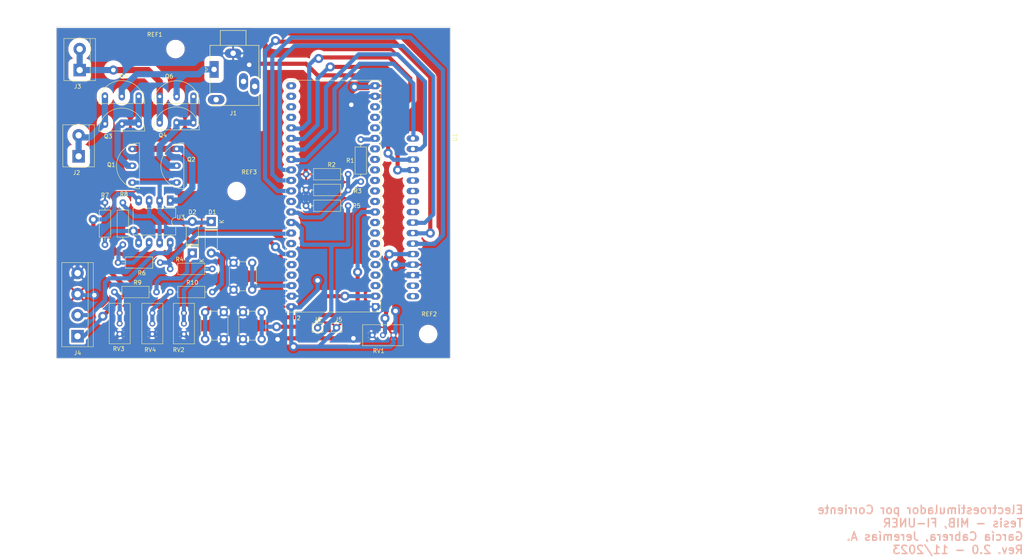
<source format=kicad_pcb>
(kicad_pcb (version 20240108) (generator "pcbnew") (generator_version "8.0")
  (title_block (title "Electroestimulador_p_corriente") (date "20/10/2022") (rev "1") (company "FaCENA-UNNE") (comment 1 "Dispositivo para relevamiento de umbrales de sensibilidad tactil.") (comment 2 "Tesis MIB: García Cabrera, Jeremías A."))
  (layers (0 "F.Cu" signal) (31 "B.Cu" signal) (34 "B.Paste" user) (35 "F.Paste" user) (36 "B.SilkS" user "B.Silkscreen") (37 "F.SilkS" user "F.Silkscreen") (38 "B.Mask" user) (39 "F.Mask" user) (44 "Edge.Cuts" user))
  (net 0 "")
  (net 1 "Net-(D1-K)")
  (net 2 "Net-(D1-A)")
  (net 3 "Net-(D2-K)")
  (net 4 "/Control_y_salida/Iout")
  (net 5 "GND")
  (net 6 "+5V")
  (net 7 "-12V")
  (net 8 "+12V")
  (net 9 "VEE")
  (net 10 "VCC")
  (net 11 "Net-(Q1-C)")
  (net 12 "Net-(Q1-B)")
  (net 13 "/Control_y_salida/IDAC_Neg")
  (net 14 "Net-(R4-Pad1)")
  (net 15 "/Control_y_salida/IDAC_Pos")
  (net 16 "Net-(Q2-C)")
  (net 17 "/Control_y_salida/Vo(Comp)")
  (net 18 "Net-(R9-Pad1)")
  (net 19 "Net-(U3B--)")
  (net 20 "/Control_y_salida/But_Dec")
  (net 21 "/Control_y_salida/But_Inc")
  (net 22 "/Control_y_salida/LCD_RS")
  (net 23 "/Control_y_salida/LCD_R{slash}W")
  (net 24 "/Control_y_salida/LCD_E")
  (net 25 "Net-(U3A-+)")
  (net 26 "Net-(U1-VO)")
  (net 29 "/Control_y_salida/LCD_D4")
  (net 30 "/Control_y_salida/LCD_D5")
  (net 31 "/Control_y_salida/LCD_D6")
  (net 32 "/Control_y_salida/LCD_D7")
  (net 42 "/Control_y_salida/Vi_Inv")
  (net 49 "/Control_y_salida/Vi_NoInv")
  (net 56 "/Control_y_salida/But_Acept")
  (net 62 "Net-(R10-Pad1)")
  (footprint "Resistor_THT:R_Axial_DIN0207_L6.3mm_D2.5mm_P10.16mm_Horizontal" (layer "F.Cu") (at 113.03 68.326 180)
    (property "Reference" "R2")
    (property "Value" "10k")
  )
  (footprint "Potentiometer_THT:Potentiometer_Bourns_3296W_Vertical" (layer "F.Cu") (at 123.952 107.188)
    (property "Reference" "RV1")
    (property "Value" "5k")
  )
  (footprint "MountingHole:MountingHole_3.7mm" (layer "F.Cu") (at 71.374 38.1)
    (property "Reference" "REF1")
    (property "Value" "MountingHole_3.7mm" (hide yes))
  )
  (footprint "Button_Switch_THT:SW_PUSH_6mm_H7.3mm" (layer "F.Cu") (at 83.022 101.652 -90)
    (property "Reference" "SW2" (hide yes))
    (property "Value" "Inc")
  )
  (footprint "MountingHole:MountingHole_3.7mm" (layer "F.Cu") (at 86.106 72.39)
    (property "Reference" "REF3")
    (property "Value" "MountingHole_3.7mm" (hide yes))
  )
  (footprint "Resistor_THT:R_Axial_DIN0207_L6.3mm_D2.5mm_P10.16mm_Horizontal" (layer "F.Cu") (at 70.104 96.774)
    (property "Reference" "R10")
    (property "Value" "2k")
  )
  (footprint "Diode_THT:D_DO-41_SOD81_P7.62mm_Horizontal" (layer "F.Cu") (at 80.01 79.756 -90)
    (property "Reference" "D1")
    (property "Value" "1N4148")
  )
  (footprint "Proyecto_MIB:BF42X" (layer "F.Cu") (at 71.628 58.42)
    (property "Reference" "Q4")
    (property "Value" "BF420")
  )
  (footprint "Resistor_THT:R_Axial_DIN0207_L6.3mm_D2.5mm_P10.16mm_Horizontal" (layer "F.Cu") (at 116.078 70.104 90)
    (property "Reference" "R1")
    (property "Value" "20k")
  )
  (footprint "Button_Switch_THT:SW_PUSH_6mm_H7.3mm" (layer "F.Cu") (at 85.38 96.214 90)
    (property "Reference" "SW3" (hide yes))
    (property "Value" "Acept")
  )
  (footprint "TerminalBlock:TerminalBlock_bornier-2_P5.08mm" (layer "F.Cu") (at 48.26 43.18 90)
    (property "Reference" "J3")
    (property "Value" "Screw_Terminal_01x02" (hide yes))
  )
  (footprint "Connector_Pin:Pin_D0.9mm_L10.0mm_W2.4mm_FlatFork" (layer "F.Cu") (at 110.236 105.41)
    (property "Reference" "J5")
    (property "Value" "FSR_b")
  )
  (footprint "Proyecto_MIB:LCD_pinsonly" (layer "F.Cu") (at 132.334 78.994 90)
    (property "Reference" "U1")
    (property "Value" "LCD-016N002L")
  )
  (footprint "Resistor_THT:R_Axial_DIN0207_L6.3mm_D2.5mm_P10.16mm_Horizontal" (layer "F.Cu") (at 58.674 85.344 90)
    (property "Reference" "R8")
    (property "Value" "47k")
  )
  (footprint "MountingHole:MountingHole_3.7mm" (layer "F.Cu") (at 132.334 106.934)
    (property "Reference" "REF2")
    (property "Value" "MountingHole_3.7mm" (hide yes))
  )
  (footprint "Potentiometer_THT:Potentiometer_Bourns_3296W_Vertical" (layer "F.Cu") (at 57.912 101.844 90)
    (property "Reference" "RV3")
    (property "Value" "50k")
  )
  (footprint "TerminalBlock:TerminalBlock_bornier-2_P5.08mm" (layer "F.Cu") (at 48.006 64.008 90)
    (property "Reference" "J2")
    (property "Value" "Screw_Terminal_01x02" (hide yes))
  )
  (footprint "Resistor_THT:R_Axial_DIN0207_L6.3mm_D2.5mm_P10.16mm_Horizontal" (layer "F.Cu") (at 80.264 91.186 180)
    (property "Reference" "R4")
    (property "Value" "10k")
  )
  (footprint "Resistor_THT:R_Axial_DIN0207_L6.3mm_D2.5mm_P10.16mm_Horizontal" (layer "F.Cu") (at 102.87 72.136)
    (property "Reference" "R3")
    (property "Value" "10k")
  )
  (footprint "Button_Switch_THT:SW_PUSH_6mm_H7.3mm" (layer "F.Cu") (at 87.666 108.152 90)
    (property "Reference" "SW1" (hide yes))
    (property "Value" "Decr")
  )
  (footprint "Proyecto_MIB:BF42X" (layer "F.Cu") (at 58.42 52.07)
    (property "Reference" "Q5")
    (property "Value" "BF421")
  )
  (footprint "Proyecto_MIB:BF42X" (layer "F.Cu") (at 63.5 66.294 90)
    (property "Reference" "Q1")
    (property "Value" "BF420")
  )
  (footprint "Resistor_THT:R_Axial_DIN0207_L6.3mm_D2.5mm_P10.16mm_Horizontal" (layer "F.Cu") (at 67.684 89.662 180)
    (property "Reference" "R6")
    (property "Value" "20k")
  )
  (footprint "Proyecto_MIB:BF42X" (layer "F.Cu") (at 71.6534 52.102029)
    (property "Reference" "Q6")
    (property "Value" "BF420")
  )
  (footprint "Resistor_THT:R_Axial_DIN0207_L6.3mm_D2.5mm_P10.16mm_Horizontal" (layer "F.Cu") (at 102.87 75.946)
    (property "Reference" "R5")
    (property "Value" "10k")
  )
  (footprint "Diode_THT:D_DO-41_SOD81_P7.62mm_Horizontal" (layer "F.Cu") (at 75.438 87.376 90)
    (property "Reference" "D2")
    (property "Value" "1N4148")
  )
  (footprint "Proyecto_MIB:BF42X" (layer "F.Cu") (at 58.4454 58.706029)
    (property "Reference" "Q3")
    (property "Value" "BF421")
  )
  (footprint "Proyecto_MIB:PinSocket_2x22_P2.54mm_Vertical_3" (layer "F.Cu") (at 117.074 100.31 180)
    (property "Reference" "U2")
    (property "Value" "PSoC4_kit049_(CY8C4245AXI-483)")
  )
  (footprint "TerminalBlock:TerminalBlock_bornier-4_P5.08mm" (layer "F.Cu") (at 47.752 107.442 90)
    (property "Reference" "J4")
    (property "Value" "Screw_Terminal_01x04")
  )
  (footprint "Potentiometer_THT:Potentiometer_Bourns_3296W_Vertical" (layer "F.Cu") (at 73.406 101.854 90)
    (property "Reference" "RV2")
    (property "Value" "2k")
  )
  (footprint "Potentiometer_THT:Potentiometer_Bourns_3296W_Vertical" (layer "F.Cu") (at 65.786 101.844 90)
    (property "Reference" "RV4")
    (property "Value" "10k")
  )
  (footprint "Package_DIP:DIP-8_W10.16mm_LongPads" (layer "F.Cu") (at 70.104 74.691 -90)
    (property "Reference" "U3")
    (property "Value" "TL082")
  )
  (footprint "Proyecto_MIB:BF42X" (layer "F.Cu") (at 74.200029 66.2686 90)
    (property "Reference" "Q2")
    (property "Value" "BF421")
  )
  (footprint "Connector_Audio:Jack_3.5mm_Ledino_KB3SPRS_Horizontal" (layer "F.Cu") (at 80.6865 43.022 -90)
    (property "Reference" "J1")
    (property "Value" "AudioJack2")
  )
  (footprint "Resistor_THT:R_Axial_DIN0207_L6.3mm_D2.5mm_P10.16mm_Horizontal" (layer "F.Cu") (at 56.642 96.774)
    (property "Reference" "R9")
    (property "Value" "10k")
  )
  (footprint "Connector_Pin:Pin_D0.9mm_L10.0mm_W2.4mm_FlatFork" (layer "F.Cu") (at 105.664 105.41)
    (property "Reference" "J6")
    (property "Value" "FSR_a")
  )
  (footprint "Resistor_THT:R_Axial_DIN0207_L6.3mm_D2.5mm_P10.16mm_Horizontal" (layer "F.Cu") (at 54.356 85.344 90)
    (property "Reference" "R7")
    (property "Value" "6k8" (hide yes))
  )
  (gr_rect (start 42.668 32.766) (end 137.668 112.766) (stroke (width 0.1)) (fill none) (layer "Edge.Cuts"))
  (gr_text "Electroestimulador por Corriente\nTesis - MIB, FI-UNER\nGarcía Cabrera, Jeremías A.\nRev. 2.0 - 11/2023" (at 276.098 154.178 0) (layer "B.SilkS") (effects (font (size 2 2) (thickness 0.35)) (justify left mirror)))
  (segment (start 67.564 77.47) (end 70.104 80.01) (width 1) (layer "B.Cu") (net 1))
  (segment (start 67.564 74.691) (end 67.564 70.612) (width 1) (layer "B.Cu") (net 1))
  (segment (start 67.564 70.612) (end 67.818 70.358) (width 1) (layer "B.Cu") (net 1))
  (segment (start 67.564 70.612) (end 67.8434 70.3326) (width 1) (layer "B.Cu") (net 1))
  (segment (start 67.564 74.691) (end 67.564 77.47) (width 1) (layer "B.Cu") (net 1))
  (segment (start 67.818 70.358) (end 60.96 70.358) (width 1) (layer "B.Cu") (net 1))
  (segment (start 80.01 80.01) (end 75.438 80.01) (width 1) (layer "B.Cu") (net 1))
  (segment (start 70.104 80.01) (end 75.438 80.01) (width 1) (layer "B.Cu") (net 1))
  (segment (start 67.8434 70.3326) (end 71.660029 70.3326) (width 1) (layer "B.Cu") (net 1))
  (segment (start 80.518 96.774) (end 80.264 96.774) (width 1) (layer "B.Cu") (net 2))
  (segment (start 81.534 87.63) (end 82.55 88.646) (width 1) (layer "B.Cu") (net 2))
  (segment (start 82.55 88.646) (end 82.55 94.742) (width 1) (layer "B.Cu") (net 2))
  (segment (start 82.55 94.742) (end 80.518 96.774) (width 1) (layer "B.Cu") (net 2))
  (segment (start 80.01 87.63) (end 81.534 87.63) (width 1) (layer "B.Cu") (net 2))
  (segment (start 66.802 94.488) (end 67.818 93.472) (width 1) (layer "B.Cu") (net 3))
  (segment (start 67.818 93.472) (end 72.644 93.472) (width 1) (layer "B.Cu") (net 3))
  (segment (start 72.644 93.472) (end 74.168 91.948) (width 1) (layer "B.Cu") (net 3))
  (segment (start 66.802 96.774) (end 66.802 94.488) (width 1) (layer "B.Cu") (net 3))
  (segment (start 74.168 91.948) (end 74.168 88.9) (width 1) (layer "B.Cu") (net 3))
  (segment (start 74.168 88.9) (end 75.438 87.63) (width 1) (layer "B.Cu") (net 3))
  (segment (start 76.962 44.1865) (end 78.136 43.0125) (width 1.5) (layer "B.Cu") (net 4))
  (segment (start 71.6026 49.3146) (end 71.564 49.276) (width 1.5) (layer "B.Cu") (net 4))
  (segment (start 61.9855 44.1865) (end 64.008 44.1865) (width 1.5) (layer "B.Cu") (net 4))
  (segment (start 71.6534 46.2026) (end 73.6695 44.1865) (width 1.5) (layer "B.Cu") (net 4))
  (segment (start 58.42 47.752) (end 61.9855 44.1865) (width 1.5) (layer "B.Cu") (net 4))
  (segment (start 64.008 44.1865) (end 76.962 44.1865) (width 1.5) (layer "B.Cu") (net 4))
  (segment (start 58.42 49.53) (end 58.42 47.752) (width 1.5) (layer "B.Cu") (net 4))
  (segment (start 78.136 43.0125) (end 80.1785 43.0125) (width 1.5) (layer "B.Cu") (net 4))
  (segment (start 71.6534 49.562029) (end 71.6534 46.2026) (width 1.5) (layer "B.Cu") (net 4))
  (segment (start 73.6695 44.1865) (end 76.962 44.1865) (width 1.5) (layer "B.Cu") (net 4))
  (segment (start 102.87 41.656) (end 105.664 44.45) (width 1) (layer "F.Cu") (net 5))
  (segment (start 115.844 49.51) (end 113.792 51.562) (width 1) (layer "F.Cu") (net 5))
  (segment (start 114.554 107.95) (end 96.2445 107.95) (width 1) (layer "F.Cu") (net 5))
  (segment (start 105.664 44.45) (end 121.285 44.45) (width 1) (layer "F.Cu") (net 5))
  (segment (start 123.698 48.768) (end 122.956 49.51) (width 1) (layer "F.Cu") (net 5))
  (segment (start 89.408 41.656) (end 102.87 41.656) (width 1) (layer "F.Cu") (net 5))
  (segment (start 122.956 49.51) (end 115.844 49.51) (width 1) (layer "F.Cu") (net 5))
  (segment (start 96.2445 107.95) (end 96.012 108.1825) (width 1) (layer "F.Cu") (net 5))
  (segment (start 89.154 41.91) (end 89.408 41.656) (width 1) (layer "F.Cu") (net 5))
  (segment (start 121.285 44.45) (end 123.698 46.863) (width 1) (layer "F.Cu") (net 5))
  (segment (start 123.698 46.863) (end 123.698 48.768) (width 1) (layer "F.Cu") (net 5))
  (via (at 113.792 51.562) (size 2.2) (drill 1.1) (layers "F.Cu" "B.Cu") (net 5))
  (via (at 96.012 108.1825) (size 2.2) (drill 1.1) (layers "F.Cu" "B.Cu") (net 5))
  (via (at 89.154 41.91) (size 2.2) (drill 1.1) (layers "F.Cu" "B.Cu") (net 5))
  (via (at 114.3 107.95) (size 2.2) (drill 1.1) (layers "F.Cu" "B.Cu") (net 5))
  (segment (start 124.968 93.472) (end 125.6726 92.7674) (width 1) (layer "B.Cu") (net 5))
  (segment (start 51.816 75.184) (end 47.752 79.248) (width 1) (layer "B.Cu") (net 5))
  (segment (start 121.178 100.31) (end 124.968 96.52) (width 1) (layer "B.Cu") (net 5))
  (segment (start 96.012 108.1825) (end 93.628975 110.565525) (width 1) (layer "B.Cu") (net 5))
  (segment (start 102.87 75.946) (end 102.87 72.136) (width 1) (layer "B.Cu") (net 5))
  (segment (start 65.786 106.924) (end 57.912 106.924) (width 1) (layer "B.Cu") (net 5))
  (segment (start 88.414 41.91) (end 85.626 39.122) (width 1) (layer "B.Cu") (net 5))
  (segment (start 119.614 49.51) (end 115.844 49.51) (width 1) (layer "B.Cu") (net 5))
  (segment (start 53.584 111.252) (end 57.912 106.924) (width 1) (layer "B.Cu") (net 5))
  (segment (start 119.38 100.544) (end 119.614 100.31) (width 1) (layer "B.Cu") (net 5))
  (segment (start 118.872 107.188) (end 119.38 106.68) (width 1) (layer "B.Cu") (net 5))
  (segment (start 111.252 59.69) (end 104.902 66.04) (width 1) (layer "B.Cu") (net 5))
  (segment (start 65.796 106.934) (end 65.786 106.924) (width 1) (layer "B.Cu") (net 5))
  (segment (start 125.6726 92.7674) (end 128.6444 92.7674) (width 1) (layer "B.Cu") (net 5))
  (segment (start 73.406 106.934) (end 65.796 106.934) (width 1) (layer "B.Cu") (net 5))
  (segment (start 119.614 100.31) (end 121.178 100.31) (width 1) (layer "B.Cu") (net 5))
  (segment (start 77.037525 110.565525) (end 73.406 106.934) (width 1) (layer "B.Cu") (net 5))
  (segment (start 115.316 107.188) (end 118.872 107.188) (width 1) (layer "B.Cu") (net 5))
  (segment (start 89.154 41.91) (end 88.414 41.91) (width 1) (layer "B.Cu") (net 5))
  (segment (start 119.38 106.68) (end 119.38 100.544) (width 1) (layer "B.Cu") (net 5))
  (segment (start 113.538 51.816) (end 113.538 57.396738) (width 1) (layer "B.Cu") (net 5))
  (segment (start 115.844 49.51) (end 113.538 51.816) (width 1) (layer "B.Cu") (net 5))
  (segment (start 44.704 95.25) (end 44.704 109.474) (width 1) (layer "B.Cu") (net 5))
  (segment (start 46.482 111.252) (end 53.584 111.252) (width 1) (layer "B.Cu") (net 5))
  (segment (start 111.252 59.682738) (end 111.252 59.69) (width 1) (layer "B.Cu") (net 5))
  (segment (start 93.628975 110.565525) (end 77.037525 110.565525) (width 1) (layer "B.Cu") (net 5))
  (segment (start 124.968 96.52) (end 124.968 93.472) (width 1) (layer "B.Cu") (net 5))
  (segment (start 114.554 107.95) (end 115.316 107.188) (width 1) (layer "B.Cu") (net 5))
  (segment (start 54.356 75.184) (end 51.816 75.184) (width 1) (layer "B.Cu") (net 5))
  (segment (start 47.752 79.248) (end 47.752 92.202) (width 1) (layer "B.Cu") (net 5))
  (segment (start 47.752 92.202) (end 44.704 95.25) (width 1) (layer "B.Cu") (net 5))
  (segment (start 104.902 70.358) (end 103.124 72.136) (width 1) (layer "B.Cu") (net 5))
  (segment (start 103.124 72.136) (end 102.87 72.136) (width 1) (layer "B.Cu") (net 5))
  (segment (start 44.704 109.474) (end 46.482 111.252) (width 1) (layer "B.Cu") (net 5))
  (segment (start 104.902 66.04) (end 104.902 70.358) (width 1) (layer "B.Cu") (net 5))
  (segment (start 113.538 57.396738) (end 111.252 59.682738) (width 1) (layer "B.Cu") (net 5))
  (segment (start 56.388 110.49) (end 99.314 110.49) (width 1) (layer "F.Cu") (net 6))
  (segment (start 102.798 68.254) (end 102.798 66.112) (width 1) (layer "F.Cu") (net 6))
  (segment (start 102.798 66.112) (end 104.72 66.112) (width 1) (layer "F.Cu") (net 6))
  (segment (start 106.68 47.244) (end 114.3 47.244) (width 1) (layer "F.Cu") (net 6))
  (segment (start 51.562 105.664) (end 56.388 110.49) (width 1) (layer "F.Cu") (net 6))
  (segment (start 51.562 97.7685) (end 51.562 105.664) (width 1) (layer "F.Cu") (net 6))
  (segment (start 102.798 66.112) (end 102.798 51.126) (width 1) (layer "F.Cu") (net 6))
  (segment (start 102.798 51.126) (end 106.68 47.244) (width 1) (layer "F.Cu") (net 6))
  (segment (start 51.7945 97.536) (end 51.562 97.7685) (width 1) (layer "F.Cu") (net 6))
  (segment (start 105.664 67.056) (end 105.664 93.98) (width 1) (layer "F.Cu") (net 6))
  (segment (start 104.72 66.112) (end 105.664 67.056) (width 1) (layer "F.Cu") (net 6))
  (segment (start 124.46 101.346) (end 124.46 90.17) (width 1) (layer "F.Cu") (net 6))
  (segment (start 102.87 68.326) (end 102.798 68.254) (width 1) (layer "F.Cu") (net 6))
  (segment (start 99.314 110.49) (end 99.822 109.982) (width 1) (layer "F.Cu") (net 6))
  (via (at 114.554 47.244) (size 2.2) (drill 1.1) (layers "F.Cu" "B.Cu") (net 6))
  (via (at 105.664 93.98) (size 2.2) (drill 1.1) (layers "F.Cu" "B.Cu") (net 6))
  (via (at 124.46 101.346) (size 2.2) (drill 1.1) (layers "F.Cu" "B.Cu") (net 6))
  (via (at 99.822 109.982) (size 2.2) (drill 1.1) (layers "F.Cu" "B.Cu") (net 6))
  (via (at 124.46 90.17) (size 2.2) (drill 1.1) (layers "F.Cu" "B.Cu") (net 6))
  (via (at 51.7945 97.536) (size 2.2) (drill 1.1) (layers "F.Cu" "B.Cu") (net 6))
  (segment (start 124.46 90.17) (end 127.254 90.17) (width 1) (layer "B.Cu") (net 6))
  (segment (start 99.314 100.474) (end 99.314 109.728) (width 1) (layer "B.Cu") (net 6))
  (segment (start 105.664 93.98) (end 105.664 96.266) (width 1) (layer "B.Cu") (net 6))
  (segment (start 105.918 109.982) (end 123.19 109.982) (width 1) (layer "B.Cu") (net 6))
  (segment (start 99.568 109.982) (end 105.918 109.982) (width 1) (layer "B.Cu") (net 6))
  (segment (start 119.34 47.244) (end 119.614 46.97) (width 1) (layer "B.Cu") (net 6))
  (segment (start 123.952 107.188) (end 124.46 106.68) (width 1) (layer "B.Cu") (net 6))
  (segment (start 124.46 106.68) (end 124.46 101.346) (width 1) (layer "B.Cu") (net 6))
  (segment (start 123.19 109.982) (end 123.952 109.22) (width 1) (layer "B.Cu") (net 6))
  (segment (start 127.3114 90.2274) (end 128.6444 90.2274) (width 1) (layer "B.Cu") (net 6))
  (segment (start 48.006 97.536) (end 47.752 97.282) (width 1) (layer "B.Cu") (net 6))
  (segment (start 110.236 105.664) (end 110.236 105.41) (width 1) (layer "B.Cu") (net 6))
  (segment (start 123.952 109.22) (end 123.952 107.188) (width 1) (layer "B.Cu") (net 6))
  (segment (start 127.254 90.17) (end 127.3114 90.2274) (width 1) (layer "B.Cu") (net 6))
  (segment (start 105.918 109.982) (end 110.236 105.664) (width 1) (layer "B.Cu") (net 6))
  (segment (start 101.49 100.44) (end 101.49 100.474) (width 1) (layer "B.Cu") (net 6))
  (segment (start 99.314 109.728) (end 99.568 109.982) (width 1) (layer "B.Cu") (net 6))
  (segment (start 101.49 100.474) (end 99.314 100.474) (width 1) (layer "B.Cu") (net 6))
  (segment (start 51.7945 97.536) (end 48.006 97.536) (width 1) (layer "B.Cu") (net 6))
  (segment (start 105.664 96.266) (end 101.49 100.44) (width 1) (layer "B.Cu") (net 6))
  (segment (start 114.3 47.244) (end 119.34 47.244) (width 1) (layer "B.Cu") (net 6))
  (segment (start 59.182 95.504) (end 51.562 87.884) (width 1) (layer "F.Cu") (net 7))
  (segment (start 53.848 102.616) (end 59.182 97.282) (width 1) (layer "F.Cu") (net 7))
  (segment (start 59.182 97.282) (end 59.182 95.504) (width 1) (layer "F.Cu") (net 7))
  (segment (start 51.562 87.884) (end 51.562 79.248) (width 1) (layer "F.Cu") (net 7))
  (via (at 51.562 79.248) (size 2.2) (drill 1.1) (layers "F.Cu" "B.Cu") (net 7))
  (via (at 53.848 102.616) (size 2.2) (drill 1.1) (layers "F.Cu" "B.Cu") (net 7))
  (segment (start 56.642 76.962) (end 56.642 73.914) (width 1) (layer "B.Cu") (net 7))
  (segment (start 53.848 102.616) (end 53.848 102.87) (width 1) (layer "B.Cu") (net 7))
  (segment (start 60.945 73.152) (end 62.484 74.691) (width 1) (layer "B.Cu") (net 7))
  (segment (start 49.276 107.442) (end 47.752 107.442) (width 1) (layer "B.Cu") (net 7))
  (segment (start 53.848 102.87) (end 49.276 107.442) (width 1) (layer "B.Cu") (net 7))
  (segment (start 57.404 73.152) (end 60.945 73.152) (width 1) (layer "B.Cu") (net 7))
  (segment (start 51.562 79.248) (end 54.356 79.248) (width 1) (layer "B.Cu") (net 7))
  (segment (start 56.642 73.914) (end 57.404 73.152) (width 1) (layer "B.Cu") (net 7))
  (segment (start 54.356 79.248) (end 56.642 76.962) (width 1) (layer "B.Cu") (net 7))
  (segment (start 50.8 102.362) (end 47.752 102.362) (width 1) (layer "B.Cu") (net 8))
  (segment (start 70.104 84.851) (end 70.104 86.614) (width 1) (layer "B.Cu") (net 8))
  (segment (start 54.356 98.806) (end 50.8 102.362) (width 1) (layer "B.Cu") (net 8))
  (segment (start 54.356 94.488) (end 54.356 98.806) (width 1) (layer "B.Cu") (net 8))
  (segment (start 69.342 87.376) (end 66.294 87.376) (width 1) (layer "B.Cu") (net 8))
  (segment (start 55.372 93.472) (end 54.356 94.488) (width 1) (layer "B.Cu") (net 8))
  (segment (start 70.104 86.614) (end 69.342 87.376) (width 1) (layer "B.Cu") (net 8))
  (segment (start 60.198 93.472) (end 55.372 93.472) (width 1) (layer "B.Cu") (net 8))
  (segment (start 66.294 87.376) (end 60.198 93.472) (width 1) (layer "B.Cu") (net 8))
  (segment (start 67.564 45.974) (end 67.564 49.53) (width 1.5) (layer "F.Cu") (net 9))
  (segment (start 64.77 43.18) (end 67.564 45.974) (width 1.5) (layer "F.Cu") (net 9))
  (segment (start 56.388 43.18) (end 64.77 43.18) (width 1.5) (layer "F.Cu") (net 9))
  (via (at 56.388 43.18) (size 2.2) (drill 1.1) (layers "F.Cu" "B.Cu") (net 9))
  (segment (start 67.5894 55.658029) (end 67.5894 49.5554) (width 1.5) (layer "B.Cu") (net 9))
  (segment (start 48.26 43.18) (end 56.388 43.18) (width 1.5) (layer "B.Cu") (net 9))
  (segment (start 48.26 43.18) (end 48.26 38.1) (width 1.5) (layer "B.Cu") (net 9))
  (segment (start 67.564 55.822571) (end 67.5386 55.847971) (width 1.5) (layer "B.Cu") (net 9))
  (segment (start 67.5894 49.5554) (end 67.564 49.53) (width 1.5) (layer "B.Cu") (net 9))
  (segment (start 48.006 58.928) (end 48.006 64.008) (width 1.5) (layer "B.Cu") (net 10))
  (segment (start 54.356 49.53) (end 54.356 55.822571) (width 1.5) (layer "B.Cu") (net 10))
  (segment (start 50.742571 59.436) (end 48.514 59.436) (width 1.5) (layer "B.Cu") (net 10))
  (segment (start 54.356 55.822571) (end 54.3306 55.847971) (width 1) (layer "B.Cu") (net 10))
  (segment (start 48.514 59.436) (end 48.006 58.928) (width 1.5) (layer "B.Cu") (net 10))
  (segment (start 54.3306 55.847971) (end 50.742571 59.436) (width 1.5) (layer "B.Cu") (net 10))
  (segment (start 59.817 66.294) (end 60.96 66.294) (width 1.5) (layer "B.Cu") (net 11))
  (segment (start 58.3946 55.847971) (end 57.404 56.838571) (width 1.5) (layer "B.Cu") (net 11))
  (segment (start 57.404 63.881) (end 59.817 66.294) (width 1.5) (layer "B.Cu") (net 11))
  (segment (start 57.404 56.838571) (end 57.404 63.881) (width 1.5) (layer "B.Cu") (net 11))
  (segment (start 62.4586 55.847971) (end 58.3946 55.847971) (width 1.5) (layer "B.Cu") (net 11))
  (segment (start 62.484 55.822571) (end 62.4586 55.847971) (width 1.5) (layer "B.Cu") (net 11))
  (segment (start 62.484 49.53) (end 62.484 55.822571) (width 1.5) (layer "B.Cu") (net 11))
  (segment (start 60.9854 62.2046) (end 60.96 62.23) (width 1.5) (layer "F.Cu") (net 12))
  (segment (start 71.660029 62.2046) (end 60.9854 62.2046) (width 1.5) (layer "F.Cu") (net 12))
  (segment (start 72.8726 62.2046) (end 71.660029 62.2046) (width 1.5) (layer "B.Cu") (net 12))
  (segment (start 72.375 74.691) (end 75.438 71.628) (width 1.5) (layer "B.Cu") (net 12))
  (segment (start 70.104 74.691) (end 72.375 74.691) (width 1.5) (layer "B.Cu") (net 12))
  (segment (start 75.438 71.628) (end 75.438 64.77) (width 1.5) (layer "B.Cu") (net 12))
  (segment (start 75.438 64.77) (end 72.8726 62.2046) (width 1.5) (layer "B.Cu") (net 12))
  (segment (start 69.596 89.662) (end 76.564 82.694) (width 1) (layer "B.Cu") (net 13))
  (segment (start 69.596 89.662) (end 70.104 90.17) (width 1) (layer "B.Cu") (net 13))
  (segment (start 99.13 82.694) (end 99.294 82.53) (width 1) (layer "B.Cu") (net 13))
  (segment (start 70.104 90.17) (end 70.104 91.186) (width 1) (layer "B.Cu") (net 13))
  (segment (start 76.564 82.694) (end 99.13 82.694) (width 1) (layer "B.Cu") (net 13))
  (segment (start 67.684 89.662) (end 69.596 89.662) (width 1) (layer "B.Cu") (net 13))
  (segment (start 73.406 96.266) (end 73.406 101.854) (width 1) (layer "B.Cu") (net 14))
  (segment (start 73.406 104.394) (end 73.406 101.854) (width 1) (layer "B.Cu") (net 14))
  (segment (start 78.486 91.186) (end 73.406 96.266) (width 1) (layer "B.Cu") (net 14))
  (segment (start 80.264 91.186) (end 78.486 91.186) (width 1) (layer "B.Cu") (net 14))
  (segment (start 95.504 85.852) (end 94.234 84.582) (width 1) (layer "F.Cu") (net 15))
  (segment (start 72.39 82.042) (end 60.96 82.042) (width 1) (layer "F.Cu") (net 15))
  (segment (start 94.234 84.582) (end 74.93 84.582) (width 1) (layer "F.Cu") (net 15))
  (segment (start 74.93 84.582) (end 72.39 82.042) (width 1) (layer "F.Cu") (net 15))
  (via (at 61.214 82.042) (size 2.2) (drill 1.1) (layers "F.Cu" "B.Cu") (net 15))
  (via (at 95.504 85.852) (size 2.2) (drill 1.1) (layers "F.Cu" "B.Cu") (net 15))
  (segment (start 95.504 85.852) (end 97.262 87.61) (width 1) (layer "B.Cu") (net 15))
  (segment (start 56.134 82.042) (end 54.356 83.82) (width 1) (layer "B.Cu") (net 15))
  (segment (start 97.262 87.61) (end 99.294 87.61) (width 1) (layer "B.Cu") (net 15))
  (segment (start 62.484 83.566) (end 60.96 82.042) (width 1) (layer "B.Cu") (net 15))
  (segment (start 62.484 84.851) (end 62.484 83.566) (width 1) (layer "B.Cu") (net 15))
  (segment (start 54.356 83.82) (end 54.356 85.344) (width 1) (layer "B.Cu") (net 15))
  (segment (start 60.96 82.042) (end 56.134 82.042) (width 1) (layer "B.Cu") (net 15))
  (segment (start 69.8246 66.2686) (end 67.564 64.008) (width 1.5) (layer "B.Cu") (net 16))
  (segment (start 71.628 57.404) (end 71.628 55.88) (width 1.5) (layer "B.Cu") (net 16))
  (segment (start 67.564 64.008) (end 67.564 63.246) (width 1.5) (layer "B.Cu") (net 16))
  (segment (start 71.660029 66.2686) (end 69.8246 66.2686) (width 1.5) (layer "B.Cu") (net 16))
  (segment (start 67.564 61.468) (end 71.628 57.404) (width 1.5) (layer "B.Cu") (net 16))
  (segment (start 75.628 55.8414) (end 75.6666 55.88) (width 1.5) (layer "B.Cu") (net 16))
  (segment (start 75.692 55.632629) (end 75.7174 55.658029) (width 1.5) (layer "B.Cu") (net 16))
  (segment (start 75.692 49.53) (end 75.692 55.632629) (width 1.5) (layer "B.Cu") (net 16))
  (segment (start 71.628 55.88) (end 75.692 55.88) (width 1.5) (layer "B.Cu") (net 16))
  (segment (start 67.564 63.246) (end 67.564 61.468) (width 1.5) (layer "B.Cu") (net 16))
  (segment (start 116.078 59.944) (end 119.34 59.944) (width 1) (layer "B.Cu") (net 17))
  (segment (start 119.34 59.944) (end 119.614 59.67) (width 1) (layer "B.Cu") (net 17))
  (segment (start 57.912 98.044) (end 56.642 96.774) (width 1) (layer "B.Cu") (net 18))
  (segment (start 57.912 104.384) (end 57.912 101.844) (width 1) (layer "B.Cu") (net 18))
  (segment (start 57.912 101.844) (end 57.912 98.044) (width 1) (layer "B.Cu") (net 18))
  (segment (start 65.024 84.851) (end 65.024 85.852) (width 1) (layer "B.Cu") (net 19))
  (segment (start 57.62 86.398) (end 57.62 89.566) (width 1) (layer "B.Cu") (net 19))
  (segment (start 57.62 89.566) (end 57.524 89.662) (width 1) (layer "B.Cu") (net 19))
  (segment (start 61.214 89.662) (end 57.524 89.662) (width 1) (layer "B.Cu") (net 19))
  (segment (start 65.024 85.852) (end 61.214 89.662) (width 1) (layer "B.Cu") (net 19))
  (segment (start 58.674 85.344) (end 57.62 86.398) (width 1) (layer "B.Cu") (net 19))
  (segment (start 112.522 102.362) (end 104.394 102.362) (width 1) (layer "F.Cu") (net 20))
  (segment (start 115.316 91.948) (end 115.316 99.822) (width 1) (layer "F.Cu") (net 20))
  (segment (start 104.394 102.362) (end 101.6 105.156) (width 1) (layer "F.Cu") (net 20))
  (segment (start 101.6 105.156) (end 95.758 105.156) (width 1) (layer "F.Cu") (net 20))
  (segment (start 115.316 99.822) (end 112.776 102.362) (width 1) (layer "F.Cu") (net 20))
  (via (at 95.758 105.156) (size 2.2) (drill 1.1) (layers "F.Cu" "B.Cu") (net 20))
  (via (at 115.316 91.948) (size 2.2) (drill 1.1) (layers "F.Cu" "B.Cu") (net 20))
  (segment (start 92.202 105.156) (end 92.166 105.192) (width 1) (layer "B.Cu") (net 20))
  (segment (start 95.758 105.156) (end 92.202 105.156) (width 1) (layer "B.Cu") (net 20))
  (segment (start 115.316 78.486) (end 116.352 77.45) (width 1) (layer "B.Cu") (net 20))
  (segment (start 116.352 77.45) (end 119.614 77.45) (width 1) (layer "B.Cu") (net 20))
  (segment (start 115.316 91.948) (end 115.316 78.486) (width 1) (layer "B.Cu") (net 20))
  (segment (start 92.166 101.652) (end 92.166 105.192) (width 1) (layer "B.Cu") (net 20))
  (segment (start 92.166 105.192) (end 92.166 108.152) (width 1) (layer "B.Cu") (net 20))
  (segment (start 112.248 97.77) (end 112.228 97.79) (width 1) (layer "F.Cu") (net 21))
  (segment (start 81.622 98.552) (end 78.522 101.652) (width 1) (layer "F.Cu") (net 21))
  (segment (start 112.228 97.79) (end 106.426 97.79) (width 1) (layer "F.Cu") (net 21))
  (segment (start 101.346 102.87) (end 97.536 102.87) (width 1) (layer "F.Cu") (net 21))
  (segment (start 106.426 97.79) (end 101.346 102.87) (width 1) (layer "F.Cu") (net 21))
  (segment (start 93.218 98.552) (end 81.622 98.552) (width 1) (layer "F.Cu") (net 21))
  (segment (start 97.536 102.87) (end 93.218 98.552) (width 1) (layer "F.Cu") (net 21))
  (via (at 112.248 97.77) (size 2.2) (drill 1.1) (layers "F.Cu" "B.Cu") (net 21))
  (segment (start 112.248 97.77) (end 119.614 97.77) (width 1) (layer "B.Cu") (net 21))
  (segment (start 78.522 108.152) (end 78.522 101.652) (width 1) (layer "B.Cu") (net 21))
  (segment (start 135.89 83.058) (end 133.8006 85.1474) (width 1) (layer "B.Cu") (net 22))
  (segment (start 94.742 39.878) (end 99.314 35.306) (width 1) (layer "B.Cu") (net 22))
  (segment (start 94.742 68.346) (end 94.742 39.878) (width 1) (layer "B.Cu") (net 22))
  (segment (start 133.8006 85.1474) (end 128.6444 85.1474) (width 1) (layer "B.Cu") (net 22))
  (segment (start 135.89 43.18) (end 135.89 83.058) (width 1) (layer "B.Cu") (net 22))
  (segment (start 99.294 69.83) (end 96.226 69.83) (width 1) (layer "B.Cu") (net 22))
  (segment (start 128.016 35.306) (end 135.89 43.18) (width 1) (layer "B.Cu") (net 22))
  (segment (start 96.226 69.83) (end 94.742 68.346) (width 1) (layer "B.Cu") (net 22))
  (segment (start 99.314 35.306) (end 128.016 35.306) (width 1) (layer "B.Cu") (net 22))
  (segment (start 95.758 36.322) (end 95.504 36.068) (width 1) (layer "F.Cu") (net 23))
  (segment (start 124.206 36.322) (end 95.758 36.322) (width 1) (layer "F.Cu") (net 23))
  (segment (start 132.842 44.958) (end 124.206 36.322) (width 1) (layer "F.Cu") (net 23))
  (segment (start 132.842 82.55) (end 132.842 44.958) (width 1) (layer "F.Cu") (net 23))
  (via (at 132.842 82.55) (size 2.2) (drill 1.1) (layers "F.Cu" "B.Cu") (net 23))
  (via (at 95.504 36.068) (size 2.2) (drill 1.1) (layers "F.Cu" "B.Cu") (net 23))
  (segment (start 132.7846 82.6074) (end 128.6444 82.6074) (width 1) (layer "B.Cu") (net 23))
  (segment (start 132.842 82.55) (end 132.7846 82.6074) (width 1) (layer "B.Cu") (net 23))
  (segment (start 92.964 69.342) (end 95.992 72.37) (width 1) (layer "B.Cu") (net 23))
  (segment (start 92.964 38.608) (end 92.964 69.342) (width 1) (layer "B.Cu") (net 23))
  (segment (start 95.504 36.068) (end 92.964 38.608) (width 1) (layer "B.Cu") (net 23))
  (segment (start 95.992 72.37) (end 99.294 72.37) (width 1) (layer "B.Cu") (net 23))
  (segment (start 96.52 66.548) (end 96.52 40.894) (width 1) (layer "B.Cu") (net 24))
  (segment (start 97.262 67.29) (end 96.52 66.548) (width 1) (layer "B.Cu") (net 24))
  (segment (start 133.604 77.978) (end 131.5146 80.0674) (width 1) (layer "B.Cu") (net 24))
  (segment (start 99.294 67.29) (end 97.262 67.29) (width 1) (layer "B.Cu") (net 24))
  (segment (start 131.5146 80.0674) (end 128.6444 80.0674) (width 1) (layer "B.Cu") (net 24))
  (segment (start 100.076 37.338) (end 126.238 37.338) (width 1) (layer "B.Cu") (net 24))
  (segment (start 133.604 44.704) (end 133.604 77.978) (width 1) (layer "B.Cu") (net 24))
  (segment (start 96.52 40.894) (end 100.076 37.338) (width 1) (layer "B.Cu") (net 24))
  (segment (start 126.238 37.338) (end 133.604 44.704) (width 1) (layer "B.Cu") (net 24))
  (segment (start 65.786 78.486) (end 65.024 78.486) (width 1) (layer "B.Cu") (net 25))
  (segment (start 67.564 80.264) (end 65.786 78.486) (width 1) (layer "B.Cu") (net 25))
  (segment (start 67.564 84.851) (end 67.564 80.264) (width 1) (layer "B.Cu") (net 25))
  (segment (start 58.674 75.692) (end 58.674 75.184) (width 1) (layer "B.Cu") (net 25))
  (segment (start 61.468 78.486) (end 58.674 75.692) (width 1) (layer "B.Cu") (net 25))
  (segment (start 65.024 78.486) (end 61.468 78.486) (width 1) (layer "B.Cu") (net 25))
  (segment (start 65.024 78.486) (end 65.024 74.691) (width 1) (layer "B.Cu") (net 25))
  (segment (start 122.174 88.392) (end 122.936 87.63) (width 1) (layer "F.Cu") (net 26))
  (segment (start 121.92 103.124) (end 122.174 102.87) (width 1) (layer "F.Cu") (net 26))
  (segment (start 122.174 102.87) (end 122.174 88.392) (width 1) (layer "F.Cu") (net 26))
  (via (at 121.92 103.124) (size 2.2) (drill 1.1) (layers "F.Cu" "B.Cu") (net 26))
  (via (at 122.936 87.63) (size 2.2) (drill 1.1) (layers "F.Cu" "B.Cu") (net 26))
  (segment (start 121.92 103.124) (end 121.92 106.68) (width 1) (layer "B.Cu") (net 26))
  (segment (start 128.587 87.63) (end 128.6444 87.6874) (width 1) (layer "B.Cu") (net 26))
  (segment (start 122.936 87.63) (end 128.587 87.63) (width 1) (layer "B.Cu") (net 26))
  (segment (start 121.92 106.68) (end 121.412 107.188) (width 1) (layer "B.Cu") (net 26))
  (segment (start 122.936 40.132) (end 106.172 40.132) (width 1) (layer "F.Cu") (net 29))
  (segment (start 124.968 53.34) (end 128.016 50.292) (width 1) (layer "F.Cu") (net 29))
  (segment (start 124.968 67.31) (end 124.968 53.34) (width 1) (layer "F.Cu") (net 29))
  (segment (start 128.016 50.292) (end 128.016 45.212) (width 1) (layer "F.Cu") (net 29))
  (segment (start 128.016 45.212) (end 122.936 40.132) (width 1) (layer "F.Cu") (net 29))
  (segment (start 106.172 40.132) (end 105.918 40.386) (width 1) (layer "F.Cu") (net 29))
  (via (at 105.918 40.386) (size 2.2) (drill 1.1) (layers "F.Cu" "B.Cu") (net 29))
  (via (at 124.968 67.31) (size 2.2) (drill 1.1) (layers "F.Cu" "B.Cu") (net 29))
  (segment (start 103.632 55.626) (end 101.964 57.294) (width 1) (layer "B.Cu") (net 29))
  (segment (start 124.968 67.31) (end 125.0254 67.3674) (width 1) (layer "B.Cu") (net 29))
  (segment (start 99.458 57.294) (end 99.294 57.13) (width 1) (layer "B.Cu") (net 29))
  (segment (start 125.0254 67.3674) (end 128.6444 67.3674) (width 1) (layer "B.Cu") (net 29))
  (segment (start 105.918 40.386) (end 105.156 40.386) (width 1) (layer "B.Cu") (net 29))
  (segment (start 103.632 41.91) (end 103.632 55.626) (width 1) (layer "B.Cu") (net 29))
  (segment (start 101.964 57.294) (end 99.458 57.294) (width 1) (layer "B.Cu") (net 29))
  (segment (start 105.156 40.386) (end 103.632 41.91) (width 1) (layer "B.Cu") (net 29))
  (segment (start 122.174 42.418) (end 108.458 42.418) (width 1) (layer "F.Cu") (net 30))
  (segment (start 125.73 45.974) (end 122.174 42.418) (width 1) (layer "F.Cu") (net 30))
  (segment (start 122.682 63.2245) (end 122.682 52.578) (width 1) (layer "F.Cu") (net 30))
  (segment (start 122.682 52.578) (end 125.73 49.53) (width 1) (layer "F.Cu") (net 30))
  (segment (start 125.73 49.53) (end 125.73 45.974) (width 1) (layer "F.Cu") (net 30))
  (segment (start 122.6605 63.246) (end 122.682 63.2245) (width 1) (layer "F.Cu") (net 30))
  (via (at 122.6605 63.246) (size 2.2) (drill 1.1) (layers "F.Cu" "B.Cu") (net 30))
  (via (at 108.712 42.418) (size 2.2) (drill 1.1) (layers "F.Cu" "B.Cu") (net 30))
  (segment (start 105.664 45.212) (end 105.664 56.388) (width 1) (layer "B.Cu") (net 30))
  (segment (start 105.664 56.388) (end 102.218 59.834) (width 1) (layer "B.Cu") (net 30))
  (segment (start 122.6605 63.4785) (end 124.0094 64.8274) (width 1) (layer "B.Cu") (net 30))
  (segment (start 108.458 42.418) (end 105.664 45.212) (width 1) (layer "B.Cu") (net 30))
  (segment (start 124.0094 64.8274) (end 128.6444 64.8274) (width 1) (layer "B.Cu") (net 30))
  (segment (start 99.458 59.834) (end 99.294 59.67) (width 1) (layer "B.Cu") (net 30))
  (segment (start 102.218 59.834) (end 99.458 59.834) (width 1) (layer "B.Cu") (net 30))
  (segment (start 122.6605 63.246) (end 122.6605 63.4785) (width 1) (layer "B.Cu") (net 30))
  (segment (start 131.572 45.974) (end 131.572 61.214) (width 1) (layer "B.Cu") (net 31))
  (segment (start 115.57 39.37) (end 124.968 39.37) (width 1) (layer "B.Cu") (net 31))
  (segment (start 107.696 47.244) (end 115.57 39.37) (width 1) (layer "B.Cu") (net 31))
  (segment (start 99.294 62.21) (end 99.458 62.374) (width 1) (layer "B.Cu") (net 31))
  (segment (start 102.472 62.374) (end 107.696 57.15) (width 1) (layer "B.Cu") (net 31))
  (segment (start 124.968 39.37) (end 131.572 45.974) (width 1) (layer "B.Cu") (net 31))
  (segment (start 131.572 61.214) (end 130.4986 62.2874) (width 1) (layer "B.Cu") (net 31))
  (segment (start 130.4986 62.2874) (end 128.6444 62.2874) (width 1) (layer "B.Cu") (net 31))
  (segment (start 99.458 62.374) (end 102.472 62.374) (width 1) (layer "B.Cu") (net 31))
  (segment (start 107.696 57.15) (end 107.696 47.244) (width 1) (layer "B.Cu") (net 31))
  (segment (start 115.824 41.656) (end 123.952 41.656) (width 1) (layer "B.Cu") (net 32))
  (segment (start 128.778 59.6138) (end 128.6444 59.7474) (width 1) (layer "B.Cu") (net 32))
  (segment (start 128.778 46.482) (end 128.778 59.6138) (width 1) (layer "B.Cu") (net 32))
  (segment (start 102.726 64.914) (end 109.728 57.912) (width 1) (layer "B.Cu") (net 32))
  (segment (start 109.728 47.752) (end 115.824 41.656) (width 1) (layer "B.Cu") (net 32))
  (segment (start 99.294 64.75) (end 99.458 64.914) (width 1) (layer "B.Cu") (net 32))
  (segment (start 123.952 41.656) (end 128.778 46.482) (width 1) (layer "B.Cu") (net 32))
  (segment (start 109.728 57.912) (end 109.728 47.752) (width 1) (layer "B.Cu") (net 32))
  (segment (start 99.458 64.914) (end 102.726 64.914) (width 1) (layer "B.Cu") (net 32))
  (segment (start 101.854 81.534) (end 101.854 85.09) (width 1) (layer "B.Cu") (net 42))
  (segment (start 99.204 80.154) (end 100.474 80.154) (width 1) (layer "B.Cu") (net 42))
  (segment (start 105.664 104.902) (end 108.966 101.6) (width 1) (layer "B.Cu") (net 42))
  (segment (start 108.966 101.6) (end 108.966 85.852) (width 1) (layer "B.Cu") (net 42))
  (segment (start 100.474 80.154) (end 101.854 81.534) (width 1) (layer "B.Cu") (net 42))
  (segment (start 113.03 75.946) (end 113.03 85.344) (width 1) (layer "B.Cu") (net 42))
  (segment (start 105.664 105.41) (end 105.664 104.902) (width 1) (layer "B.Cu") (net 42))
  (segment (start 108.966 85.852) (end 109.474 85.344) (width 1) (layer "B.Cu") (net 42))
  (segment (start 102.108 85.344) (end 113.03 85.344) (width 1) (layer "B.Cu") (net 42))
  (segment (start 101.854 85.09) (end 102.108 85.344) (width 1) (layer "B.Cu") (net 42))
  (segment (start 109.474 85.344) (end 113.03 85.344) (width 1) (layer "B.Cu") (net 42))
  (segment (start 116.078 70.104) (end 115.062 70.104) (width 1) (layer "B.Cu") (net 49))
  (segment (start 99.458 77.614) (end 100.982 77.614) (width 1) (layer "B.Cu") (net 49))
  (segment (start 113.03 72.136) (end 113.03 68.326) (width 1) (layer "B.Cu") (net 49))
  (segment (start 100.982 77.614) (end 102.108 78.74) (width 1) (layer "B.Cu") (net 49))
  (segment (start 115.062 70.104) (end 113.03 72.136) (width 1) (layer "B.Cu") (net 49))
  (segment (start 106.426 78.74) (end 113.03 72.136) (width 1) (layer "B.Cu") (net 49))
  (segment (start 102.108 78.74) (end 106.426 78.74) (width 1) (layer "B.Cu") (net 49))
  (segment (start 99.274 95.25) (end 99.294 95.23) (width 1) (layer "B.Cu") (net 56))
  (segment (start 90.844 95.25) (end 99.274 95.25) (width 1) (layer "B.Cu") (net 56))
  (segment (start 89.88 89.714) (end 89.88 96.214) (width 1) (layer "B.Cu") (net 56))
  (segment (start 89.88 96.214) (end 90.844 95.25) (width 1) (layer "B.Cu") (net 56))
  (segment (start 65.786 104.384) (end 65.786 101.844) (width 1) (layer "B.Cu") (net 62))
  (segment (start 65.786 101.092) (end 70.104 96.774) (width 1) (layer "B.Cu") (net 62))
  (segment (start 65.786 101.844) (end 65.786 101.092) (width 1) (layer "B.Cu") (net 62))
  (zone (net 6) (net_name "+5V") (layer "F.Cu") (connect_pads (clearance 1)) (min_thickness 0.254) (fill yes (thermal_gap 0.508) (thermal_bridge_width 0.508))
    (polygon (pts (xy 137.414 33.274) (xy 137.533948 112.332574) (xy 42.926 112.522) (xy 42.926 72.39) (xy 79.756 72.39) (xy 79.756 57.912) (xy 92.456 57.912) (xy 92.456 33.274)))
  )
  (zone (net 0) (net_name "") (layer "F.Cu") (connect_pads (clearance 1)) (min_thickness 0.254) (fill yes (thermal_gap 0.508) (thermal_bridge_width 0.508))
    (polygon (pts (xy 89.916 33.02) (xy 89.916 56.388) (xy 77.978 56.388) (xy 77.978 70.612) (xy 42.926 70.612) (xy 42.926 33.274)))
  )
  (zone (net 5) (net_name "GND") (layer "B.Cu") (connect_pads (clearance 0.508)) (min_thickness 0.254) (fill yes (thermal_gap 0.508) (thermal_bridge_width 0.508))
    (polygon (pts (xy 137.668 112.776) (xy 42.672 112.776) (xy 42.672 33.02) (xy 137.668 33.02)))
  )
)
</source>
